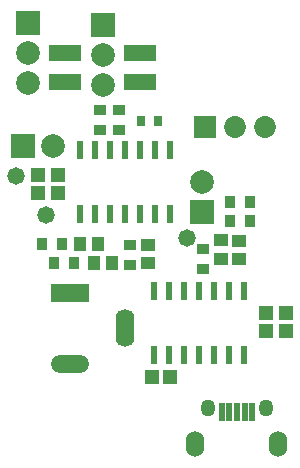
<source format=gts>
G04*
G04 #@! TF.GenerationSoftware,Altium Limited,Altium Designer,21.2.2 (38)*
G04*
G04 Layer_Color=8388736*
%FSLAX25Y25*%
%MOIN*%
G70*
G04*
G04 #@! TF.SameCoordinates,88AEB5F1-5359-4116-BBE0-5A4BCC55C554*
G04*
G04*
G04 #@! TF.FilePolarity,Negative*
G04*
G01*
G75*
%ADD18R,0.10646X0.05719*%
%ADD20R,0.02362X0.06102*%
%ADD21R,0.02559X0.03543*%
%ADD26R,0.04540X0.04343*%
%ADD27R,0.03556X0.04147*%
%ADD28R,0.04147X0.03556*%
%ADD29R,0.04343X0.04540*%
%ADD30R,0.04540X0.04540*%
%ADD31R,0.04540X0.04540*%
%ADD32R,0.02375X0.06115*%
G04:AMPARAMS|DCode=33|XSize=125.98mil|YSize=62.99mil|CornerRadius=31.5mil|HoleSize=0mil|Usage=FLASHONLY|Rotation=180.000|XOffset=0mil|YOffset=0mil|HoleType=Round|Shape=RoundedRectangle|*
%AMROUNDEDRECTD33*
21,1,0.12598,0.00000,0,0,180.0*
21,1,0.06299,0.06299,0,0,180.0*
1,1,0.06299,-0.03150,0.00000*
1,1,0.06299,0.03150,0.00000*
1,1,0.06299,0.03150,0.00000*
1,1,0.06299,-0.03150,0.00000*
%
%ADD33ROUNDEDRECTD33*%
%ADD34R,0.12598X0.06299*%
G04:AMPARAMS|DCode=35|XSize=62.99mil|YSize=125.98mil|CornerRadius=31.5mil|HoleSize=0mil|Usage=FLASHONLY|Rotation=180.000|XOffset=0mil|YOffset=0mil|HoleType=Round|Shape=RoundedRectangle|*
%AMROUNDEDRECTD35*
21,1,0.06299,0.06299,0,0,180.0*
21,1,0.00000,0.12598,0,0,180.0*
1,1,0.06299,0.00000,0.03150*
1,1,0.06299,0.00000,0.03150*
1,1,0.06299,0.00000,-0.03150*
1,1,0.06299,0.00000,-0.03150*
%
%ADD35ROUNDEDRECTD35*%
%ADD36R,0.07887X0.07887*%
%ADD37C,0.07887*%
%ADD38C,0.07296*%
%ADD39R,0.07296X0.07296*%
%ADD40R,0.07887X0.07887*%
%ADD41O,0.06115X0.08674*%
%ADD42O,0.04934X0.05721*%
%ADD43C,0.05800*%
D18*
X45000Y126500D02*
D03*
Y136148D02*
D03*
X20000Y126500D02*
D03*
Y136148D02*
D03*
D20*
X25000Y103630D02*
D03*
X30000D02*
D03*
X35000D02*
D03*
X40000D02*
D03*
X45000D02*
D03*
X50000D02*
D03*
X55000D02*
D03*
Y82370D02*
D03*
X50000D02*
D03*
X45000D02*
D03*
X40000D02*
D03*
X35000D02*
D03*
X30000D02*
D03*
X25000D02*
D03*
X79500Y35500D02*
D03*
X74500D02*
D03*
X69500D02*
D03*
X64500D02*
D03*
X59500D02*
D03*
X54500D02*
D03*
X49500D02*
D03*
Y56760D02*
D03*
X54500D02*
D03*
X59500D02*
D03*
X64500D02*
D03*
X69500D02*
D03*
X74500D02*
D03*
X79500D02*
D03*
D21*
X50854Y113500D02*
D03*
X45146D02*
D03*
D26*
X78000Y73500D02*
D03*
Y67398D02*
D03*
X72000Y73602D02*
D03*
Y67500D02*
D03*
X47500Y72051D02*
D03*
Y65949D02*
D03*
D27*
X12154Y72500D02*
D03*
X18846D02*
D03*
X81693Y86500D02*
D03*
X75000D02*
D03*
X16307Y66000D02*
D03*
X23000D02*
D03*
X81693Y80000D02*
D03*
X75000D02*
D03*
D28*
X38000Y110500D02*
D03*
Y117193D02*
D03*
X31500Y110500D02*
D03*
Y117193D02*
D03*
X66000Y70693D02*
D03*
Y64000D02*
D03*
X41500Y65500D02*
D03*
Y72193D02*
D03*
D29*
X24949Y72500D02*
D03*
X31051D02*
D03*
X29500Y66000D02*
D03*
X35602D02*
D03*
D30*
X11000Y95453D02*
D03*
Y89547D02*
D03*
X17500Y95453D02*
D03*
Y89547D02*
D03*
X93500Y43547D02*
D03*
Y49453D02*
D03*
X87000Y43547D02*
D03*
Y49453D02*
D03*
D31*
X49047Y28000D02*
D03*
X54953D02*
D03*
D32*
X82318Y16326D02*
D03*
X79759D02*
D03*
X77200D02*
D03*
X74641D02*
D03*
X72082D02*
D03*
D33*
X21500Y32469D02*
D03*
D34*
Y56090D02*
D03*
D35*
X40004Y44280D02*
D03*
D36*
X65500Y83000D02*
D03*
X32500Y145500D02*
D03*
X7500Y146000D02*
D03*
D37*
X65500Y93000D02*
D03*
X32500Y135500D02*
D03*
Y125500D02*
D03*
X7500Y136000D02*
D03*
Y126000D02*
D03*
X16000Y105000D02*
D03*
D38*
X86500Y111500D02*
D03*
X76500D02*
D03*
D39*
X66500D02*
D03*
D40*
X6000Y105000D02*
D03*
D41*
X91029Y5794D02*
D03*
X63371D02*
D03*
D42*
X86747Y17605D02*
D03*
X67653D02*
D03*
D43*
X60500Y74500D02*
D03*
X13500Y82000D02*
D03*
X3500Y95000D02*
D03*
M02*

</source>
